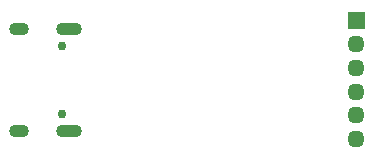
<source format=gbr>
%TF.GenerationSoftware,KiCad,Pcbnew,(5.1.8)-1*%
%TF.CreationDate,2021-06-09T22:40:46+08:00*%
%TF.ProjectId,downloader,646f776e-6c6f-4616-9465-722e6b696361,rev?*%
%TF.SameCoordinates,Original*%
%TF.FileFunction,Soldermask,Bot*%
%TF.FilePolarity,Negative*%
%FSLAX46Y46*%
G04 Gerber Fmt 4.6, Leading zero omitted, Abs format (unit mm)*
G04 Created by KiCad (PCBNEW (5.1.8)-1) date 2021-06-09 22:40:46*
%MOMM*%
%LPD*%
G01*
G04 APERTURE LIST*
%ADD10O,1.450000X1.450000*%
%ADD11O,2.200000X1.100000*%
%ADD12C,0.750000*%
%ADD13O,1.700000X1.100000*%
G04 APERTURE END LIST*
D10*
%TO.C,J2*%
X126700000Y-97950000D03*
X126700000Y-95950000D03*
X126700000Y-93950000D03*
X126700000Y-91950000D03*
X126700000Y-89950000D03*
G36*
G01*
X125975000Y-88625000D02*
X125975000Y-87275000D01*
G75*
G02*
X126025000Y-87225000I50000J0D01*
G01*
X127375000Y-87225000D01*
G75*
G02*
X127425000Y-87275000I0J-50000D01*
G01*
X127425000Y-88625000D01*
G75*
G02*
X127375000Y-88675000I-50000J0D01*
G01*
X126025000Y-88675000D01*
G75*
G02*
X125975000Y-88625000I0J50000D01*
G01*
G37*
%TD*%
D11*
%TO.C,J1*%
X102330000Y-97270000D03*
X102330000Y-88630000D03*
D12*
X101800000Y-90060000D03*
D13*
X98150000Y-88630000D03*
D12*
X101800000Y-95840000D03*
D13*
X98150000Y-97270000D03*
%TD*%
M02*

</source>
